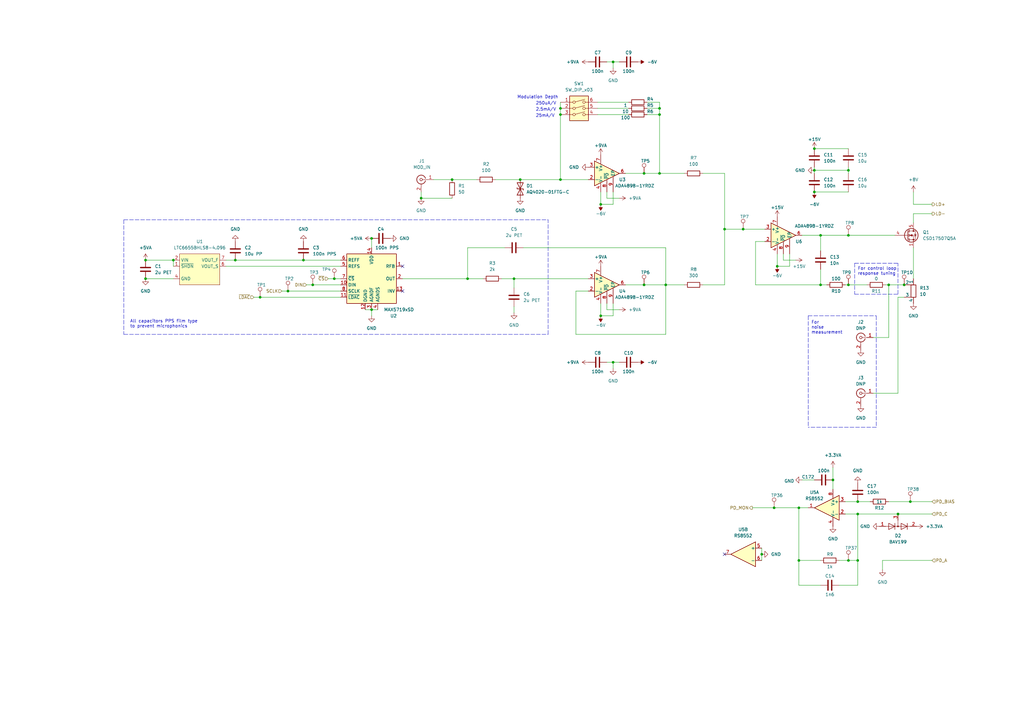
<source format=kicad_sch>
(kicad_sch (version 20211123) (generator eeschema)
  (paper "A3")
  (title_block (title "Kirdy") (date "2022-07-03") (rev "r0.1") (company "M-Labs") (comment 1 "Alex Wong Tat Hang"))
  (lib_symbols
    (symbol "Amplifier_Operational:ADA4898-1YRDZ" (pin_names (offset 0.127))
      (property "Reference" "U" (at 3.81 3.81 0))
      (property "Value" "ADA4898-1YRDZ" (at 11.43 -2.54 0))
      (symbol "ADA4898-1YRDZ_1_1"
        (polyline (pts (xy -5.08 5.08) (xy 5.08 0) (xy -5.08 -5.08) (xy -5.08 5.08)) (stroke (width 0.254)) (fill (type background)))
        (pin input line (at -7.62 -2.54 0) (length 2.54) (name "-") (number "2"))
        (pin input line (at -7.62 2.54 0) (length 2.54) (name "+") (number "3"))
        (pin power_in line (at -2.54 -7.62 90) (length 3.81) (name "V-") (number "4"))
        (pin output line (at 7.62 0 180) (length 2.54) (name "~") (number "6"))
        (pin power_in line (at -2.54 7.62 270) (length 3.81) (name "V+") (number "7"))
        (pin input line (at 0 -7.62 90) (length 5.08) (name "~{PD}") (number "8"))
        (pin passive line (at 2.54 -7.62 90) (length 6.35) (name "EP") (number "9"))
      )
    )
    (symbol "Analog_DAC:MAX5719xSD"
      (property "Reference" "U" (at -10.16 11.43 0))
      (property "Value" "MAX5719xSD" (at 1.27 11.43 0))
      (symbol "MAX5719xSD_0_1"
        (rectangle (start -10.16 10.16) (end 10.16 -10.16) (stroke (width 0.254)) (fill (type background)))
      )
      (symbol "MAX5719xSD_1_1"
        (pin passive line (at 12.7 5.08 180) (length 2.54) (name "RFB") (number "1"))
        (pin input line (at -12.7 -2.54 0) (length 2.54) (name "DIN") (number "10"))
        (pin input line (at -12.7 -7.62 0) (length 2.54) (name "~{LDAC}") (number "11"))
        (pin power_in line (at -2.54 -12.7 90) (length 2.54) (name "DGND") (number "12"))
        (pin passive line (at 12.7 -5.08 180) (length 2.54) (name "INV") (number "13"))
        (pin power_in line (at 0 12.7 270) (length 2.54) (name "VDD") (number "14"))
        (pin output line (at 12.7 0 180) (length 2.54) (name "OUT") (number "2"))
        (pin power_in line (at 0 -12.7 90) (length 2.54) (name "AGNDF") (number "3"))
        (pin power_in line (at 2.54 -12.7 90) (length 2.54) (name "AGNDS") (number "4"))
        (pin input line (at -12.7 5.08 0) (length 2.54) (name "REFS") (number "5"))
        (pin input line (at -12.7 7.62 0) (length 2.54) (name "REFF") (number "6"))
        (pin input line (at -12.7 0 0) (length 2.54) (name "~{CS}") (number "7"))
        (pin input line (at -12.7 -5.08 0) (length 2.54) (name "SCLK") (number "8"))
        (pin no_connect line (at 10.16 -7.62 180) (length 2.54) hide (name "NC") (number "9"))
      )
    )
    (symbol "Connector:Conn_Coaxial" (pin_names (offset 1.016) hide)
      (property "Reference" "J" (at 0.254 3.048 0))
      (property "Value" "Conn_Coaxial" (at 2.921 0 90))
      (symbol "Conn_Coaxial_0_1"
        (arc (start -1.778 -0.508) (mid 0.222 -1.808) (end 1.778 0) (stroke (width 0.254)))
        (polyline (pts (xy -2.54 0) (xy -0.508 0)))
        (polyline (pts (xy 0 -2.54) (xy 0 -1.778)))
        (circle (center 0 0) (radius 0.508) (stroke (width 0.2032)))
        (arc (start 1.778 0) (mid 0.222 1.8083) (end -1.778 0.508) (stroke (width 0.254)))
      )
      (symbol "Conn_Coaxial_1_1"
        (pin passive line (at -5.08 0 0) (length 2.54) (name "In") (number "1"))
        (pin passive line (at 0 -5.08 90) (length 2.54) (name "Ext") (number "2"))
      )
    )
    (symbol "Connector:TestPoint" (pin_numbers hide) (pin_names (offset 0.762) hide)
      (property "Reference" "TP" (at 0 6.858 0))
      (property "Value" "TestPoint" (at 0 5.08 0))
      (symbol "TestPoint_0_1"
        (circle (center 0 3.302) (radius 0.762))
      )
      (symbol "TestPoint_1_1"
        (pin passive line (at 0 0 90) (length 2.54) (name "1") (number "1"))
      )
    )
    (symbol "Device:C" (pin_numbers hide) (pin_names (offset 0.254))
      (property "Reference" "C" (at 0.635 2.54 0))
      (property "Value" "C" (at 0.635 -2.54 0))
      (symbol "C_0_1"
        (polyline (pts (xy -2.032 -0.762) (xy 2.032 -0.762)) (stroke (width 0.508)))
        (polyline (pts (xy -2.032 0.762) (xy 2.032 0.762)) (stroke (width 0.508)))
      )
      (symbol "C_1_1"
        (pin passive line (at 0 3.81 270) (length 2.794) (name "~") (number "1"))
        (pin passive line (at 0 -3.81 90) (length 2.794) (name "~") (number "2"))
      )
    )
    (symbol "Device:D_TVS" (pin_numbers hide) (pin_names (offset 1.016) hide)
      (property "Reference" "D" (at 0 2.54 0))
      (property "Value" "D_TVS" (at 0 -2.54 0))
      (symbol "D_TVS_0_1"
        (polyline (pts (xy 1.27 0) (xy -1.27 0)))
        (polyline (pts (xy 0.508 1.27) (xy 0 1.27) (xy 0 -1.27) (xy -0.508 -1.27)) (stroke (width 0.254)))
        (polyline (pts (xy -2.54 1.27) (xy -2.54 -1.27) (xy 2.54 1.27) (xy 2.54 -1.27) (xy -2.54 1.27)) (stroke (width 0.254)))
      )
      (symbol "D_TVS_1_1"
        (pin passive line (at -3.81 0 0) (length 2.54) (name "A1") (number "1"))
        (pin passive line (at 3.81 0 180) (length 2.54) (name "A2") (number "2"))
      )
    )
    (symbol "Device:R" (pin_numbers hide) (pin_names (offset 0))
      (property "Reference" "R" (at 2.032 0 90))
      (property "Value" "R" (at 0 0 90))
      (symbol "R_0_1"
        (rectangle (start -1.016 -2.54) (end 1.016 2.54) (stroke (width 0.254)))
      )
      (symbol "R_1_1"
        (pin passive line (at 0 3.81 270) (length 1.27) (name "~") (number "1"))
        (pin passive line (at 0 -3.81 90) (length 1.27) (name "~") (number "2"))
      )
    )
    (symbol "Device:R_Shunt" (pin_numbers hide) (pin_names (offset 0))
      (property "Reference" "R" (at -4.445 0 90))
      (property "Value" "R_Shunt" (at -2.54 0 90))
      (symbol "R_Shunt_0_1"
        (rectangle (start -1.016 -2.54) (end 1.016 2.54) (stroke (width 0.254)))
        (polyline (pts (xy 0 -2.54) (xy 1.27 -2.54)))
        (polyline (pts (xy 1.27 2.54) (xy 0 2.54)))
      )
      (symbol "R_Shunt_1_1"
        (pin passive line (at 0 5.08 270) (length 2.54) (name "1") (number "1"))
        (pin passive line (at 3.81 2.54 180) (length 2.54) (name "2") (number "2"))
        (pin passive line (at 3.81 -2.54 180) (length 2.54) (name "3") (number "3"))
        (pin passive line (at 0 -5.08 90) (length 2.54) (name "4") (number "4"))
      )
    )
    (symbol "Diode:BAV99" (pin_names hide)
      (property "Reference" "D" (at 0 5.08 0))
      (property "Value" "BAV99" (at 0 2.54 0))
      (symbol "BAV99_0_1"
        (polyline (pts (xy -5.08 0) (xy 5.08 0)))
      )
      (symbol "BAV99_1_1"
        (polyline (pts (xy 0 0) (xy 0 -2.54)))
        (polyline (pts (xy -1.27 -1.27) (xy -1.27 1.27) (xy -1.27 1.27)) (stroke (width 0.2032)))
        (polyline (pts (xy 3.81 1.27) (xy 3.81 -1.27) (xy 3.81 -1.27)) (stroke (width 0.2032)))
        (polyline (pts (xy -3.81 1.27) (xy -1.27 0) (xy -3.81 -1.27) (xy -3.81 1.27) (xy -3.81 1.27) (xy -3.81 1.27)) (stroke (width 0.2032)))
        (polyline (pts (xy 1.27 1.27) (xy 3.81 0) (xy 1.27 -1.27) (xy 1.27 1.27) (xy 1.27 1.27) (xy 1.27 1.27)) (stroke (width 0.2032)))
        (circle (center 0 0) (radius 0.254) (fill (type outline)))
        (pin passive line (at -7.62 0 0) (length 2.54) (name "K") (number "1"))
        (pin passive line (at 7.62 0 180) (length 2.54) (name "A") (number "2"))
        (pin passive line (at 0 -5.08 90) (length 2.54) (name "K") (number "3"))
      )
    )
    (symbol "Switch:SW_DIP_x03" (pin_names (offset 0) hide)
      (property "Reference" "SW" (at 0 8.89 0))
      (property "Value" "SW_DIP_x03" (at 0 -3.81 0))
      (symbol "SW_DIP_x03_0_0"
        (circle (center -2.032 0) (radius 0.508))
        (circle (center -2.032 2.54) (radius 0.508))
        (circle (center -2.032 5.08) (radius 0.508))
        (polyline (pts (xy -1.524 0.127) (xy 2.3622 1.1684)))
        (polyline (pts (xy -1.524 2.667) (xy 2.3622 3.7084)))
        (polyline (pts (xy -1.524 5.207) (xy 2.3622 6.2484)))
        (circle (center 2.032 0) (radius 0.508))
        (circle (center 2.032 2.54) (radius 0.508))
        (circle (center 2.032 5.08) (radius 0.508))
      )
      (symbol "SW_DIP_x03_0_1"
        (rectangle (start -3.81 7.62) (end 3.81 -2.54) (stroke (width 0.254)) (fill (type background)))
      )
      (symbol "SW_DIP_x03_1_1"
        (pin passive line (at -7.62 5.08 0) (length 5.08) (name "~") (number "1"))
        (pin passive line (at -7.62 2.54 0) (length 5.08) (name "~") (number "2"))
        (pin passive line (at -7.62 0 0) (length 5.08) (name "~") (number "3"))
        (pin passive line (at 7.62 0 180) (length 5.08) (name "~") (number "4"))
        (pin passive line (at 7.62 2.54 180) (length 5.08) (name "~") (number "5"))
        (pin passive line (at 7.62 5.08 180) (length 5.08) (name "~") (number "6"))
      )
    )
    (symbol "Transistor_FET:CSD17507Q5A" (pin_names hide)
      (property "Reference" "Q" (at 5.08 1.905 0))
      (property "Value" "CSD17507Q5A" (at 5.08 0 0))
      (symbol "CSD17507Q5A_0_1"
        (polyline (pts (xy 0.254 0) (xy -2.54 0)))
        (polyline (pts (xy 0.254 1.905) (xy 0.254 -1.905)) (stroke (width 0.254)))
        (polyline (pts (xy 0.762 -1.27) (xy 0.762 -2.286)) (stroke (width 0.254)))
        (polyline (pts (xy 0.762 0.508) (xy 0.762 -0.508)) (stroke (width 0.254)))
        (polyline (pts (xy 0.762 2.286) (xy 0.762 1.27)) (stroke (width 0.254)))
        (polyline (pts (xy 2.54 2.54) (xy 2.54 1.778)))
        (polyline (pts (xy 2.54 -2.54) (xy 2.54 0) (xy 0.762 0)))
        (polyline (pts (xy 0.762 -1.778) (xy 3.302 -1.778) (xy 3.302 1.778) (xy 0.762 1.778)))
        (polyline (pts (xy 1.016 0) (xy 2.032 0.381) (xy 2.032 -0.381) (xy 1.016 0)) (fill (type outline)))
        (polyline (pts (xy 2.794 0.508) (xy 2.921 0.381) (xy 3.683 0.381) (xy 3.81 0.254)))
        (polyline (pts (xy 3.302 0.381) (xy 2.921 -0.254) (xy 3.683 -0.254) (xy 3.302 0.381)))
        (circle (center 1.651 0) (radius 2.794) (stroke (width 0.254)))
        (circle (center 2.54 -1.778) (radius 0.254) (fill (type outline)))
        (circle (center 2.54 1.778) (radius 0.254) (fill (type outline)))
      )
      (symbol "CSD17507Q5A_1_1"
        (pin passive line (at 2.54 -5.08 90) (length 2.54) (name "S") (number "1"))
        (pin passive line (at 2.54 -5.08 90) (length 2.54) hide (name "S") (number "2"))
        (pin passive line (at 2.54 -5.08 90) (length 2.54) hide (name "S") (number "3"))
        (pin passive line (at -5.08 0 0) (length 2.54) (name "G") (number "4"))
        (pin passive line (at 2.54 5.08 270) (length 2.54) (name "D") (number "5"))
      )
    )
    (symbol "kirdy:LTC6655"
      (property "Reference" "U" (at 0 -10.16 0))
      (property "Value" "LTC6655" (at 0 -7.62 0))
      (symbol "LTC6655_0_0"
        (pin input line (at -10.16 2.54 0) (length 2.54) (name "~{SHDN}") (number "1"))
        (pin power_in line (at -10.16 5.08 0) (length 2.54) (name "VIN") (number "2"))
        (pin power_in line (at -10.16 -2.54 0) (length 2.54) hide (name "GND") (number "3"))
        (pin power_in line (at -10.16 -2.54 0) (length 2.54) (name "GND") (number "4"))
        (pin power_in line (at -10.16 -2.54 0) (length 2.54) hide (name "GND") (number "5"))
        (pin passive line (at 11.43 2.54 180) (length 2.54) (name "VOUT_S") (number "6"))
        (pin output line (at 11.43 5.08 180) (length 2.54) (name "VOUT_F") (number "7"))
        (pin power_in line (at -10.16 -2.54 0) (length 2.54) hide (name "GND") (number "8"))
      )
      (symbol "LTC6655_0_1"
        (rectangle (start -7.62 7.62) (end 8.89 -5.08) (fill (type background)))
      )
    )
    (symbol "kirdy:RS8552" (pin_names (offset 0.127))
      (property "Reference" "U" (at 0 5.08 0))
      (property "Value" "RS8552" (at 0 -5.08 0))
      (symbol "RS8552_1_1"
        (polyline (pts (xy -5.08 5.08) (xy 5.08 0) (xy -5.08 -5.08) (xy -5.08 5.08)) (stroke (width 0.254)) (fill (type background)))
        (pin output line (at 7.62 0 180) (length 2.54) (name "~") (number "1"))
        (pin input line (at -7.62 -2.54 0) (length 2.54) (name "-") (number "2"))
        (pin input line (at -7.62 2.54 0) (length 2.54) (name "+") (number "3"))
      )
      (symbol "RS8552_2_1"
        (polyline (pts (xy -5.08 5.08) (xy 5.08 0) (xy -5.08 -5.08) (xy -5.08 5.08)) (stroke (width 0.254)) (fill (type background)))
        (pin input line (at -7.62 2.54 0) (length 2.54) (name "+") (number "5"))
        (pin input line (at -7.62 -2.54 0) (length 2.54) (name "-") (number "6"))
        (pin output line (at 7.62 0 180) (length 2.54) (name "~") (number "7"))
      )
      (symbol "RS8552_3_1"
        (pin power_in line (at -2.54 -7.62 90) (length 3.81) (name "V-") (number "4"))
        (pin power_in line (at -2.54 7.62 270) (length 3.81) (name "V+") (number "8"))
      )
    )
    (symbol "power:+15V" (power) (pin_names (offset 0))
      (property "Value" "+15V" (at 0 3.556 0))
      (symbol "+15V_0_1"
        (polyline (pts (xy -0.762 1.27) (xy 0 2.54)))
        (polyline (pts (xy 0 0) (xy 0 2.54)))
        (polyline (pts (xy 0 2.54) (xy 0.762 1.27)))
      )
      (symbol "+15V_1_1"
        (pin power_in line (at 0 0 90) (length 0) hide (name "+15V") (number "1"))
      )
    )
    (symbol "power:+3.3VA" (power) (pin_names (offset 0))
      (property "Value" "+3.3VA" (at 0 3.556 0))
      (symbol "+3.3VA_0_1"
        (polyline (pts (xy -0.762 1.27) (xy 0 2.54)))
        (polyline (pts (xy 0 0) (xy 0 2.54)))
        (polyline (pts (xy 0 2.54) (xy 0.762 1.27)))
      )
      (symbol "+3.3VA_1_1"
        (pin power_in line (at 0 0 90) (length 0) hide (name "+3.3VA") (number "1"))
      )
    )
    (symbol "power:+5VA" (power) (pin_names (offset 0))
      (property "Value" "+5VA" (at 0 3.556 0))
      (symbol "+5VA_0_1"
        (polyline (pts (xy -0.762 1.27) (xy 0 2.54)))
        (polyline (pts (xy 0 0) (xy 0 2.54)))
        (polyline (pts (xy 0 2.54) (xy 0.762 1.27)))
      )
      (symbol "+5VA_1_1"
        (pin power_in line (at 0 0 90) (length 0) hide (name "+5VA") (number "1"))
      )
    )
    (symbol "power:+8V" (power) (pin_names (offset 0))
      (property "Value" "+8V" (at 0 3.556 0))
      (symbol "+8V_0_1"
        (polyline (pts (xy -0.762 1.27) (xy 0 2.54)))
        (polyline (pts (xy 0 0) (xy 0 2.54)))
        (polyline (pts (xy 0 2.54) (xy 0.762 1.27)))
      )
      (symbol "+8V_1_1"
        (pin power_in line (at 0 0 90) (length 0) hide (name "+8V") (number "1"))
      )
    )
    (symbol "power:+9VA" (power) (pin_names (offset 0))
      (property "Value" "+9VA" (at 0 3.81 0))
      (symbol "+9VA_0_1"
        (polyline (pts (xy -0.762 1.27) (xy 0 2.54)))
        (polyline (pts (xy 0 0) (xy 0 2.54)))
        (polyline (pts (xy 0 2.54) (xy 0.762 1.27)))
      )
      (symbol "+9VA_1_1"
        (pin power_in line (at 0 0 90) (length 0) hide (name "+9VA") (number "1"))
      )
    )
    (symbol "power:-6V" (power) (pin_names (offset 0))
      (property "Value" "-6V" (at 0 3.81 0))
      (symbol "-6V_0_0"
        (pin power_in line (at 0 0 90) (length 0) hide (name "-6V") (number "1"))
      )
      (symbol "-6V_0_1"
        (polyline (pts (xy 0 0) (xy 0 1.27) (xy 0.762 1.27) (xy 0 2.54) (xy -0.762 1.27) (xy 0 1.27)) (fill (type outline)))
      )
    )
    (symbol "power:GND" (power) (pin_names (offset 0))
      (property "Value" "GND" (at 0 -3.81 0))
      (symbol "GND_0_1"
        (polyline (pts (xy 0 0) (xy 0 -1.27) (xy 1.27 -1.27) (xy 0 -2.54) (xy -1.27 -1.27) (xy 0 -1.27)))
      )
      (symbol "GND_1_1"
        (pin power_in line (at 0 0 270) (length 0) hide (name "GND") (number "1"))
      )
    )
  )
  (junction (at 229.87 46.99))
  (junction (at 270.51 71.12))
  (junction (at 318.77 109.22))
  (junction (at 229.87 44.45))
  (junction (at 370.84 116.84))
  (junction (at 334.01 69.85))
  (junction (at 347.98 229.87))
  (junction (at 351.79 205.74))
  (junction (at 152.4 97.79))
  (junction (at 347.98 96.52))
  (junction (at 336.55 96.52))
  (junction (at 347.98 116.84))
  (junction (at 251.46 25.4))
  (junction (at 213.36 73.66))
  (junction (at 351.79 229.87))
  (junction (at 364.49 116.84))
  (junction (at 251.46 148.59))
  (junction (at 334.01 60.96))
  (junction (at 185.42 73.66))
  (junction (at 246.38 129.54))
  (junction (at 128.27 116.84))
  (junction (at 273.05 116.84))
  (junction (at 246.38 83.82))
  (junction (at 264.16 116.84))
  (junction (at 336.55 116.84))
  (junction (at 191.77 114.3))
  (junction (at 373.38 205.74))
  (junction (at 327.66 208.28))
  (junction (at 312.42 227.33))
  (junction (at 351.79 210.82))
  (junction (at 210.82 114.3))
  (junction (at 96.52 106.68))
  (junction (at 347.98 69.85))
  (junction (at 317.5 208.28))
  (junction (at 71.12 106.68))
  (junction (at 334.01 78.74))
  (junction (at 304.8 93.98))
  (junction (at 270.51 46.99))
  (junction (at 124.46 106.68))
  (junction (at 368.3 210.82))
  (junction (at 59.69 114.3))
  (junction (at 327.66 229.87))
  (junction (at 118.11 119.38))
  (junction (at 341.63 196.85))
  (junction (at 106.68 121.92))
  (junction (at 152.4 127))
  (junction (at 137.1211 114.3))
  (junction (at 264.16 71.12))
  (junction (at 270.51 44.45))
  (junction (at 172.72 81.28))
  (junction (at 59.69 106.68))
  (junction (at 229.87 73.66))
  (junction (at 297.18 93.98))
  (no_connect (at 165.1 119.38))
  (no_connect (at 297.18 227.33))
  (no_connect (at 165.1 109.22))
  (wire (pts (xy 210.82 125.73) (xy 210.82 128.27)))
  (wire (pts (xy 137.1211 114.3) (xy 139.7 114.3)))
  (polyline (pts (xy 331.47 129.54) (xy 331.47 175.26)))
  (wire (pts (xy 308.61 208.28) (xy 317.5 208.28)))
  (wire (pts (xy 71.12 106.68) (xy 71.12 109.22)))
  (wire (pts (xy 172.72 81.28) (xy 185.42 81.28)))
  (wire (pts (xy 273.05 116.84) (xy 280.67 116.84)))
  (wire (pts (xy 368.3 210.82) (xy 382.27 210.82)))
  (wire (pts (xy 364.49 116.84) (xy 370.84 116.84)))
  (wire (pts (xy 336.55 96.52) (xy 347.98 96.52)))
  (wire (pts (xy 347.98 229.87) (xy 351.79 229.87)))
  (wire (pts (xy 351.79 229.87) (xy 351.79 210.82)))
  (wire (pts (xy 334.01 69.85) (xy 334.01 71.12)))
  (wire (pts (xy 374.65 91.44) (xy 374.65 87.63)))
  (wire (pts (xy 214.63 101.6) (xy 273.05 101.6)))
  (wire (pts (xy 172.72 81.28) (xy 172.72 78.74)))
  (wire (pts (xy 336.55 96.52) (xy 336.55 102.87)))
  (wire (pts (xy 328.93 96.52) (xy 336.55 96.52)))
  (wire (pts (xy 248.92 127) (xy 254 127)))
  (wire (pts (xy 213.36 73.66) (xy 229.87 73.66)))
  (wire (pts (xy 288.29 116.84) (xy 297.18 116.84)))
  (wire (pts (xy 185.42 73.66) (xy 195.58 73.66)))
  (wire (pts (xy 347.98 116.84) (xy 355.6 116.84)))
  (wire (pts (xy 177.8 73.66) (xy 185.42 73.66)))
  (polyline (pts (xy 350.52 120.65) (xy 368.3 120.65)))
  (wire (pts (xy 115.57 119.38) (xy 118.11 119.38)))
  (wire (pts (xy 118.11 119.38) (xy 139.7 119.38)))
  (wire (pts (xy 270.51 41.91) (xy 270.51 44.45)))
  (wire (pts (xy 270.51 46.99) (xy 270.51 71.12)))
  (wire (pts (xy 203.2 73.66) (xy 213.36 73.66)))
  (wire (pts (xy 358.14 138.43) (xy 364.49 138.43)))
  (wire (pts (xy 361.95 229.87) (xy 382.27 229.87)))
  (wire (pts (xy 368.3 161.29) (xy 358.14 161.29)))
  (wire (pts (xy 321.31 106.68) (xy 326.39 106.68)))
  (polyline (pts (xy 350.52 107.95) (xy 368.3 107.95)))
  (wire (pts (xy 368.3 121.92) (xy 368.3 161.29)))
  (wire (pts (xy 327.66 229.87) (xy 327.66 208.28)))
  (wire (pts (xy 96.52 106.68) (xy 124.46 106.68)))
  (wire (pts (xy 125.73 116.84) (xy 128.27 116.84)))
  (wire (pts (xy 270.51 71.12) (xy 280.67 71.12)))
  (wire (pts (xy 251.46 25.4) (xy 251.46 27.94)))
  (wire (pts (xy 265.43 46.99) (xy 270.51 46.99)))
  (polyline (pts (xy 331.47 129.54) (xy 359.41 129.54)))
  (wire (pts (xy 134.62 114.3) (xy 137.1211 114.3)))
  (wire (pts (xy 210.82 114.3) (xy 241.3 114.3)))
  (wire (pts (xy 256.54 116.84) (xy 264.16 116.84)))
  (wire (pts (xy 205.74 114.3) (xy 210.82 114.3)))
  (wire (pts (xy 245.11 46.99) (xy 257.81 46.99)))
  (wire (pts (xy 273.05 137.16) (xy 273.05 116.84)))
  (wire (pts (xy 336.55 240.03) (xy 327.66 240.03)))
  (wire (pts (xy 374.65 87.63) (xy 382.27 87.63)))
  (wire (pts (xy 92.71 109.22) (xy 139.7 109.22)))
  (wire (pts (xy 347.98 69.85) (xy 334.01 69.85)))
  (wire (pts (xy 251.46 25.4) (xy 254 25.4)))
  (wire (pts (xy 236.22 119.38) (xy 236.22 137.16)))
  (wire (pts (xy 251.46 83.82) (xy 251.46 78.74)))
  (wire (pts (xy 246.38 78.74) (xy 246.38 83.82)))
  (wire (pts (xy 251.46 129.54) (xy 251.46 124.46)))
  (wire (pts (xy 191.77 101.6) (xy 191.77 114.3)))
  (wire (pts (xy 106.68 121.92) (xy 139.7 121.92)))
  (wire (pts (xy 373.38 205.74) (xy 382.27 205.74)))
  (wire (pts (xy 207.01 101.6) (xy 191.77 101.6)))
  (polyline (pts (xy 50.8 90.17) (xy 224.79 90.17)))
  (wire (pts (xy 264.16 71.12) (xy 270.51 71.12)))
  (wire (pts (xy 265.43 41.91) (xy 270.51 41.91)))
  (wire (pts (xy 361.95 233.68) (xy 361.95 229.87)))
  (wire (pts (xy 251.46 148.59) (xy 254 148.59)))
  (wire (pts (xy 297.18 93.98) (xy 304.8 93.98)))
  (wire (pts (xy 248.92 78.74) (xy 248.92 81.28)))
  (wire (pts (xy 246.38 83.82) (xy 251.46 83.82)))
  (wire (pts (xy 248.92 148.59) (xy 251.46 148.59)))
  (wire (pts (xy 297.18 71.12) (xy 297.18 93.98)))
  (wire (pts (xy 318.77 109.22) (xy 323.85 109.22)))
  (wire (pts (xy 248.92 25.4) (xy 251.46 25.4)))
  (polyline (pts (xy 368.3 120.65) (xy 368.3 107.95)))
  (wire (pts (xy 368.3 121.92) (xy 370.84 121.92)))
  (wire (pts (xy 317.5 208.28) (xy 327.66 208.28)))
  (wire (pts (xy 344.17 229.87) (xy 347.98 229.87)))
  (wire (pts (xy 92.71 106.68) (xy 96.52 106.68)))
  (wire (pts (xy 364.49 138.43) (xy 364.49 116.84)))
  (wire (pts (xy 236.22 137.16) (xy 273.05 137.16)))
  (wire (pts (xy 346.71 116.84) (xy 347.98 116.84)))
  (wire (pts (xy 248.92 124.46) (xy 248.92 127)))
  (wire (pts (xy 165.1 114.3) (xy 191.77 114.3)))
  (wire (pts (xy 124.46 106.68) (xy 139.7 106.68)))
  (wire (pts (xy 364.49 205.74) (xy 373.38 205.74)))
  (wire (pts (xy 363.22 116.84) (xy 364.49 116.84)))
  (wire (pts (xy 256.54 71.12) (xy 264.16 71.12)))
  (wire (pts (xy 288.29 71.12) (xy 297.18 71.12)))
  (wire (pts (xy 265.43 44.45) (xy 270.51 44.45)))
  (wire (pts (xy 59.69 106.68) (xy 71.12 106.68)))
  (wire (pts (xy 341.63 191.77) (xy 341.63 196.85)))
  (wire (pts (xy 59.69 114.3) (xy 71.12 114.3)))
  (wire (pts (xy 346.71 205.74) (xy 351.79 205.74)))
  (wire (pts (xy 229.87 41.91) (xy 229.87 44.45)))
  (wire (pts (xy 246.38 129.54) (xy 251.46 129.54)))
  (wire (pts (xy 318.77 104.14) (xy 318.77 109.22)))
  (wire (pts (xy 347.98 96.52) (xy 367.03 96.52)))
  (wire (pts (xy 264.16 116.84) (xy 273.05 116.84)))
  (polyline (pts (xy 359.41 175.26) (xy 331.47 175.26)))
  (polyline (pts (xy 50.8 90.17) (xy 50.8 137.16)))
  (wire (pts (xy 309.88 116.84) (xy 309.88 99.06)))
  (wire (pts (xy 327.66 240.03) (xy 327.66 229.87)))
  (wire (pts (xy 152.4 97.79) (xy 152.4 101.6)))
  (wire (pts (xy 321.31 104.14) (xy 321.31 106.68)))
  (wire (pts (xy 327.66 229.87) (xy 336.55 229.87)))
  (polyline (pts (xy 350.52 107.95) (xy 350.52 120.65)))
  (wire (pts (xy 351.79 205.74) (xy 356.87 205.74)))
  (wire (pts (xy 312.42 224.79) (xy 312.42 227.33)))
  (wire (pts (xy 374.65 83.82) (xy 382.27 83.82)))
  (wire (pts (xy 336.55 116.84) (xy 309.88 116.84)))
  (wire (pts (xy 297.18 116.84) (xy 297.18 93.98)))
  (polyline (pts (xy 359.41 129.54) (xy 359.41 175.26)))
  (wire (pts (xy 229.87 44.45) (xy 229.87 46.99)))
  (wire (pts (xy 149.86 127) (xy 152.4 127)))
  (wire (pts (xy 312.42 227.33) (xy 312.42 229.87)))
  (wire (pts (xy 104.14 121.92) (xy 106.68 121.92)))
  (wire (pts (xy 304.8 93.98) (xy 313.69 93.98)))
  (wire (pts (xy 191.77 114.3) (xy 198.12 114.3)))
  (wire (pts (xy 248.92 81.28) (xy 254 81.28)))
  (polyline (pts (xy 50.8 137.16) (xy 224.79 137.16)))
  (wire (pts (xy 328.93 196.85) (xy 334.01 196.85)))
  (wire (pts (xy 344.17 240.03) (xy 351.79 240.03)))
  (wire (pts (xy 246.38 124.46) (xy 246.38 129.54)))
  (wire (pts (xy 341.63 196.85) (xy 341.63 200.66)))
  (wire (pts (xy 346.71 210.82) (xy 351.79 210.82)))
  (wire (pts (xy 351.79 240.03) (xy 351.79 229.87)))
  (wire (pts (xy 229.87 46.99) (xy 229.87 73.66)))
  (wire (pts (xy 245.11 44.45) (xy 257.81 44.45)))
  (wire (pts (xy 327.66 208.28) (xy 331.47 208.28)))
  (wire (pts (xy 347.98 68.58) (xy 347.98 69.85)))
  (wire (pts (xy 374.65 78.74) (xy 374.65 83.82)))
  (wire (pts (xy 128.27 116.84) (xy 139.7 116.84)))
  (wire (pts (xy 152.4 127) (xy 152.4 129.54)))
  (wire (pts (xy 273.05 101.6) (xy 273.05 116.84)))
  (wire (pts (xy 347.98 69.85) (xy 347.98 71.12)))
  (wire (pts (xy 210.82 114.3) (xy 210.82 118.11)))
  (wire (pts (xy 241.3 119.38) (xy 236.22 119.38)))
  (wire (pts (xy 334.01 68.58) (xy 334.01 69.85)))
  (wire (pts (xy 334.01 60.96) (xy 347.98 60.96)))
  (wire (pts (xy 351.79 210.82) (xy 368.3 210.82)))
  (wire (pts (xy 336.55 116.84) (xy 339.09 116.84)))
  (wire (pts (xy 334.01 78.74) (xy 347.98 78.74)))
  (wire (pts (xy 374.65 101.6) (xy 374.65 114.3)))
  (wire (pts (xy 323.85 109.22) (xy 323.85 104.14)))
  (wire (pts (xy 229.87 73.66) (xy 241.3 73.66)))
  (wire (pts (xy 336.55 110.49) (xy 336.55 116.84)))
  (wire (pts (xy 251.46 148.59) (xy 251.46 151.13)))
  (polyline (pts (xy 224.79 137.16) (xy 224.79 90.17)))
  (wire (pts (xy 245.11 41.91) (xy 257.81 41.91)))
  (wire (pts (xy 270.51 44.45) (xy 270.51 46.99)))
  (wire (pts (xy 152.4 127) (xy 154.94 127)))
  (wire (pts (xy 309.88 99.06) (xy 313.69 99.06)))
  (text "250uA/V" (at 219.71 43.18 0) (effects (font (size 1.27 1.27)) (justify left bottom)))
  (text "All capacitors PPS film type\nto prevent microphonics " (at 53.34 134.62 0) (effects (font (size 1.27 1.27)) (justify left bottom)))
  (text "For\nnoise\nmeasurement" (at 332.74 137.16 0) (effects (font (size 1.27 1.27)) (justify left bottom)))
  (text "2.5mA/V" (at 219.71 45.72 0) (effects (font (size 1.27 1.27)) (justify left bottom)))
  (text "For control loop\nresponse tuning" (at 351.79 113.03 0) (effects (font (size 1.27 1.27)) (justify left bottom)))
  (text "25mA/V" (at 219.71 48.26 0) (effects (font (size 1.27 1.27)) (justify left bottom)))
  (text "Modulation Depth" (at 212.09 40.64 0) (effects (font (size 1.27 1.27)) (justify left bottom)))
  (hierarchical_label "~{LDAC}" (shape input) (at 104.14 121.92 180))
  (hierarchical_label "PD_BIAS" (shape input) (at 382.27 205.74 0))
  (hierarchical_label "LD+" (shape output) (at 382.27 83.82 0))
  (hierarchical_label "SCLK" (shape input) (at 115.57 119.38 180))
  (hierarchical_label "PD_MON" (shape output) (at 308.61 208.28 180))
  (hierarchical_label "PD_C" (shape input) (at 382.27 210.82 0))
  (hierarchical_label "PD_A" (shape input) (at 382.27 229.87 0))
  (hierarchical_label "DIN" (shape input) (at 125.73 116.84 180))
  (hierarchical_label "LD-" (shape output) (at 382.27 87.63 0))
  (hierarchical_label "~{CS}" (shape input) (at 134.62 114.3 180))
  (symbol (lib_id "Connector:TestPoint") (at 370.84 116.84 0) (unit 1)
    (property "Reference" "TP10" (at 369.57 111.76 0) (effects (justify left)))
    (property "Value" "TestPoint" (effects hide))
    (property "Footprint" "TestPoint:TestPoint_Pad_2.0x2.0mm" (effects hide))
  )
  (symbol (lib_id "Device:R") (at 261.62 46.99 90) (unit 1)
    (property "Reference" "R6" (at 266.7 45.72 90))
    (property "Value" "100" (at 256.54 48.26 90))
    (property "Footprint" "Resistor_SMD:R_0603_1608Metric" (effects hide))
    (property "MFR_PN" "WR06X1000FTL" (effects hide))
    (property "MFR_PN_ALT" "RMCF0603FT100R" (effects hide))
  )
  (symbol (lib_id "Device:C") (at 351.79 201.93 0) (unit 1)
    (property "Reference" "C17" (at 355.6 199.39 0) (effects (justify left)))
    (property "Value" "100n" (at 355.6 201.93 0) (effects (justify left)))
    (property "Footprint" "Capacitor_SMD:C_0603_1608Metric" (effects hide))
    (property "MFR_PN" "CL10B104KB8NNWC" (effects hide))
    (property "MFR_PN_ALT" "CL10B104KB8NNNL" (effects hide))
  )
  (symbol (lib_id "Diode:BAV99") (at 368.3 215.9 0) (mirror x) (unit 1)
    (property "Reference" "D2" (at 368.3 219.71 0))
    (property "Value" "BAV199" (at 368.3 222.25 0))
    (property "Footprint" "Package_TO_SOT_SMD:SOT-23" (effects hide))
    (property "Datasheet" "https://assets.nexperia.com/documents/data-sheet/BAV99_SER.pdf" (effects hide))
    (property "MFR_PN" "BAV199W-7" (effects hide))
    (property "MFR_PN_ALT" "BAV199E6327HTSA1" (effects hide))
  )
  (symbol (lib_id "Connector:TestPoint") (at 137.1211 114.3 0) (unit 1)
    (property "Reference" "TP4" (at 132.08 110.49 0) (effects (justify left)))
    (property "Value" "TestPoint" (effects hide))
    (property "Footprint" "TestPoint:TestPoint_Pad_2.0x2.0mm" (effects hide))
  )
  (symbol (lib_id "power:GND") (at 328.93 196.85 270) (unit 1)
    (property "Reference" "#PWR0162" (effects hide))
    (property "Value" "GND" (at 325.7551 197.2838 90) (effects (justify right)))
  )
  (symbol (lib_id "power:GND") (at 360.68 215.9 270) (unit 1)
    (property "Reference" "#PWR036" (effects hide))
    (property "Value" "GND" (at 356.87 215.8999 90) (effects (justify right)))
  )
  (symbol (lib_id "Connector:Conn_Coaxial") (at 353.06 161.29 0) (mirror y) (unit 1)
    (property "Reference" "J3" (at 353.06 154.94 0))
    (property "Value" "DNP" (at 353.06 157.48 0))
    (property "Footprint" "Connector_Coaxial:U.FL_Hirose_U.FL-R-SMT-1_Vertical" (effects hide))
    (property "Datasheet" " ~" (effects hide))
    (property "MFR_PN" "U.FL-R-SMT-1(01)" (effects hide))
    (property "MFR_PN_ALT" "U.FL-R-SMT(10)" (effects hide))
  )
  (symbol (lib_id "power:-6V") (at 261.62 25.4 270) (unit 1)
    (property "Reference" "#PWR022" (effects hide))
    (property "Value" "-6V" (at 265.43 25.3999 90) (effects (justify left)))
  )
  (symbol (lib_id "Device:C") (at 210.82 101.6 90) (unit 1)
    (property "Reference" "C5" (at 210.82 93.98 90))
    (property "Value" "2u PET" (at 210.82 96.52 90))
    (property "Footprint" "Capacitor_SMD:C_1812_4532Metric" (effects hide))
    (property "MFR_PN" "35MU225MC14532" (effects hide))
  )
  (symbol (lib_id "power:+15V") (at 334.01 60.96 0) (unit 1)
    (property "Reference" "#PWR028" (effects hide))
    (property "Value" "+15V" (at 334.01 57.15 0))
  )
  (symbol (lib_id "Device:R") (at 359.41 116.84 90) (unit 1)
    (property "Reference" "R11" (at 359.41 119.38 90))
    (property "Value" "0" (at 359.41 114.3 90))
    (property "Footprint" "Resistor_SMD:R_0603_1608Metric" (effects hide))
    (property "MFR_PN" "RMCF0603ZT0R00" (effects hide))
    (property "MFR_PN_ALT" "CR0603-J/-000ELF" (effects hide))
  )
  (symbol (lib_id "power:-6V") (at 261.62 148.59 270) (unit 1)
    (property "Reference" "#PWR023" (effects hide))
    (property "Value" "-6V" (at 265.43 148.5899 90) (effects (justify left)))
  )
  (symbol (lib_id "Device:C") (at 257.81 25.4 90) (unit 1)
    (property "Reference" "C9" (at 257.81 21.59 90))
    (property "Value" "100n" (at 257.81 29.21 90))
    (property "Footprint" "Capacitor_SMD:C_0603_1608Metric" (effects hide))
    (property "MFR_PN" "CL10B104KB8NNWC" (effects hide))
    (property "MFR_PN_ALT" "CL10B104KB8NNNL" (effects hide))
  )
  (symbol (lib_id "Connector:TestPoint") (at 304.8 93.98 0) (unit 1)
    (property "Reference" "TP7" (at 303.53 88.9 0) (effects (justify left)))
    (property "Value" "TestPoint" (effects hide))
    (property "Footprint" "TestPoint:TestPoint_Pad_2.0x2.0mm" (effects hide))
  )
  (symbol (lib_id "power:GND") (at 351.79 198.12 180) (unit 1)
    (property "Reference" "#PWR033" (effects hide))
    (property "Value" "GND" (at 351.79 193.04 0))
  )
  (symbol (lib_id "Connector:TestPoint") (at 106.68 121.92 0) (unit 1)
    (property "Reference" "TP1" (at 105.41 116.84 0) (effects (justify left)))
    (property "Value" "TestPoint" (effects hide))
    (property "Footprint" "TestPoint:TestPoint_Pad_2.0x2.0mm" (effects hide))
  )
  (symbol (lib_id "power:+5VA") (at 59.69 106.68 0) (unit 1)
    (property "Reference" "#PWR01" (effects hide))
    (property "Value" "+5VA" (at 59.69 101.6 0))
  )
  (symbol (lib_id "Device:C") (at 347.98 74.93 0) (unit 1)
    (property "Reference" "C16" (at 351.79 73.6599 0) (effects (justify left)))
    (property "Value" "10u" (at 351.79 76.1999 0) (effects (justify left)))
    (property "Footprint" "Capacitor_SMD:C_0805_2012Metric" (effects hide))
    (property "MFR_PN" "CL21B106KOQNNNG" (effects hide))
    (property "MFR_PN_ALT" "CL21B106KOQNNNE" (effects hide))
  )
  (symbol (lib_id "Device:C") (at 96.52 102.87 0) (unit 1)
    (property "Reference" "C2" (at 100.33 101.5999 0) (effects (justify left)))
    (property "Value" "10u PP" (at 100.33 104.1399 0) (effects (justify left)))
    (property "Footprint" "Capacitor_SMD:C_1812_4532Metric" (effects hide))
    (property "MFR_PN" "16MU106MC44532" (effects hide))
  )
  (symbol (lib_id "Connector:TestPoint") (at 347.98 116.84 0) (unit 1)
    (property "Reference" "TP9" (at 345.44 111.76 0) (effects (justify left)))
    (property "Value" "TestPoint" (effects hide))
    (property "Footprint" "TestPoint:TestPoint_Pad_2.0x2.0mm" (effects hide))
  )
  (symbol (lib_id "Device:R") (at 342.9 116.84 90) (unit 1)
    (property "Reference" "R10" (at 342.9 119.38 90))
    (property "Value" "100" (at 342.9 114.3 90))
    (property "Footprint" "Resistor_SMD:R_0603_1608Metric" (effects hide))
    (property "MFR_PN" "WR06X1000FTL" (effects hide))
    (property "MFR_PN_ALT" "RMCF0603FT100R" (effects hide))
  )
  (symbol (lib_id "power:GND") (at 152.4 129.54 0) (unit 1)
    (property "Reference" "#PWR06" (effects hide))
    (property "Value" "GND" (at 152.4 134.62 0))
  )
  (symbol (lib_id "Amplifier_Operational:ADA4898-1YRDZ") (at 321.31 96.52 0) (unit 1)
    (property "Reference" "U6" (at 327.66 99.06 0))
    (property "Value" "ADA4898-1YRDZ" (at 334.01 92.71 0))
    (property "Footprint" "Package_SO:SOIC-8-1EP_3.9x4.9mm_P1.27mm_EP2.29x3mm" (effects hide))
    (property "Datasheet" "https://www.analog.com/media/en/technical-documentation/data-sheets/ada4898-1_4898-2.pdf" (effects hide))
    (property "MFR_PN" "ADA4898-1YRDZ" (effects hide))
  )
  (symbol (lib_id "Device:C") (at 336.55 106.68 0) (unit 1)
    (property "Reference" "C13" (at 340.36 105.4099 0) (effects (justify left)))
    (property "Value" "10n" (at 340.36 107.9499 0) (effects (justify left)))
    (property "Footprint" "Capacitor_SMD:C_0603_1608Metric" (effects hide))
    (property "MFR_PN" "0603B103K500CT" (effects hide))
    (property "MFR_PN_ALT" "CL10B103KB8NNNC" (effects hide))
  )
  (symbol (lib_id "Connector:TestPoint") (at 373.38 205.74 0) (unit 1)
    (property "Reference" "TP38" (at 372.11 200.66 0) (effects (justify left)))
    (property "Value" "TestPoint" (effects hide))
    (property "Footprint" "TestPoint:TestPoint_Pad_2.0x2.0mm" (effects hide))
  )
  (symbol (lib_id "Device:R") (at 284.48 116.84 90) (unit 1)
    (property "Reference" "R8" (at 284.48 110.49 90))
    (property "Value" "300" (at 284.48 113.03 90))
    (property "Footprint" "Resistor_SMD:R_0603_1608Metric" (effects hide))
    (property "MFR_PN" "RT0603FRE07300RL" (effects hide))
    (property "MFR_PN_ALT" "RC0603FR-10300RL" (effects hide))
  )
  (symbol (lib_id "power:GND") (at 160.02 97.79 90) (unit 1)
    (property "Reference" "#PWR07" (effects hide))
    (property "Value" "GND" (at 163.83 97.7899 90) (effects (justify right)))
  )
  (symbol (lib_id "power:GND") (at 59.69 114.3 0) (unit 1)
    (property "Reference" "#PWR02" (effects hide))
    (property "Value" "GND" (at 59.69 119.38 0))
  )
  (symbol (lib_id "kirdy:RS8552") (at 304.8 227.33 0) (mirror y) (unit 2)
    (property "Reference" "U5" (at 304.8 217.17 0))
    (property "Value" "RS8552" (at 304.8 219.71 0))
    (property "Footprint" "Package_SO:SOIC-8_3.9x4.9mm_P1.27mm" (effects hide))
    (property "Datasheet" "https://datasheet.lcsc.com/lcsc/2010160333_Jiangsu-RUNIC-Tech-RS8554XP_C236997.pdf" (effects hide))
    (property "MFR_PN" "RS8552XK" (effects hide))
  )
  (symbol (lib_id "kirdy:RS8552") (at 339.09 208.28 0) (mirror y) (unit 1)
    (property "Reference" "U5" (at 334.01 201.93 0))
    (property "Value" "RS8552" (at 334.01 204.47 0))
    (property "Footprint" "Package_SO:SOIC-8_3.9x4.9mm_P1.27mm" (effects hide))
    (property "Datasheet" "https://datasheet.lcsc.com/lcsc/2010160333_Jiangsu-RUNIC-Tech-RS8554XP_C236997.pdf" (effects hide))
    (property "MFR_PN" "RS8552XK" (effects hide))
  )
  (symbol (lib_id "Connector:TestPoint") (at 347.98 229.87 0) (unit 1)
    (property "Reference" "TP37" (at 346.71 224.79 0) (effects (justify left)))
    (property "Value" "TestPoint" (effects hide))
    (property "Footprint" "TestPoint:TestPoint_Pad_2.0x2.0mm" (effects hide))
  )
  (symbol (lib_id "power:GND") (at 96.52 99.06 180) (unit 1)
    (property "Reference" "#PWR03" (effects hide))
    (property "Value" "GND" (at 96.52 93.98 0))
  )
  (symbol (lib_id "Device:C") (at 340.36 240.03 90) (unit 1)
    (property "Reference" "C14" (at 340.36 236.22 90))
    (property "Value" "1n6" (at 340.36 243.84 90))
    (property "Footprint" "Capacitor_SMD:C_0603_1608Metric" (effects hide))
    (property "MFR_PN" "GCM1885C1H162FA16D" (effects hide))
    (property "MFR_PN_ALT" "C0603C162J5GAC7867" (effects hide))
  )
  (symbol (lib_id "Device:R") (at 360.68 205.74 90) (unit 1)
    (property "Reference" "R12" (at 360.68 208.28 90))
    (property "Value" "1k" (at 360.68 205.74 90))
    (property "Footprint" "Resistor_SMD:R_0603_1608Metric" (effects hide))
    (property "MFR_PN" "RNCP0603FTD1K00" (effects hide))
    (property "MFR_PN_ALT" "WR06X1001FTL" (effects hide))
  )
  (symbol (lib_id "Switch:SW_DIP_x03") (at 237.49 46.99 0) (unit 1)
    (property "Reference" "SW1" (at 237.49 34.29 0))
    (property "Value" "SW_DIP_x03" (at 237.49 36.83 0))
    (property "Footprint" "Button_Switch_SMD:SW_DIP_SPSTx03_Slide_Omron_A6S-310x_W8.9mm_P2.54mm" (effects hide))
    (property "MFR_PN" "A6SN-3104" (effects hide))
    (property "MFR_PN_ALT" "A6S-3102" (effects hide))
  )
  (symbol (lib_id "Amplifier_Operational:ADA4898-1YRDZ") (at 248.92 116.84 0) (unit 1)
    (property "Reference" "U4" (at 255.27 119.38 0))
    (property "Value" "ADA4898-1YRDZ" (at 260.35 121.92 0))
    (property "Footprint" "Package_SO:SOIC-8-1EP_3.9x4.9mm_P1.27mm_EP2.29x3mm" (effects hide))
    (property "Datasheet" "https://www.analog.com/media/en/technical-documentation/data-sheets/ada4898-1_4898-2.pdf" (effects hide))
    (property "MFR_PN" "ADA4898-1YRDZ" (effects hide))
  )
  (symbol (lib_id "power:GND") (at 341.63 215.9 0) (unit 1)
    (property "Reference" "#PWR032" (effects hide))
    (property "Value" "GND" (at 341.63 220.98 0))
  )
  (symbol (lib_id "power:GND") (at 334.01 69.85 270) (unit 1)
    (property "Reference" "#PWR029" (effects hide))
    (property "Value" "GND" (at 330.2 69.8499 90) (effects (justify right)))
  )
  (symbol (lib_id "power:GND") (at 353.06 166.37 0) (unit 1)
    (property "Reference" "#PWR035" (effects hide))
    (property "Value" "GND" (at 353.06 171.45 0))
  )
  (symbol (lib_id "Device:C") (at 334.01 74.93 0) (unit 1)
    (property "Reference" "C12" (at 337.82 73.6599 0) (effects (justify left)))
    (property "Value" "100n" (at 337.82 76.1999 0) (effects (justify left)))
    (property "Footprint" "Capacitor_SMD:C_0603_1608Metric" (effects hide))
    (property "MFR_PN" "CL10B104KB8NNWC" (effects hide))
    (property "MFR_PN_ALT" "CL10B104KB8NNNL" (effects hide))
  )
  (symbol (lib_id "power:GND") (at 210.82 128.27 0) (unit 1)
    (property "Reference" "#PWR09" (effects hide))
    (property "Value" "GND" (at 210.82 133.35 0))
  )
  (symbol (lib_id "Device:R") (at 201.93 114.3 90) (unit 1)
    (property "Reference" "R3" (at 201.93 107.95 90))
    (property "Value" "2k" (at 201.93 110.49 90))
    (property "Footprint" "Resistor_SMD:R_0603_1608Metric" (effects hide))
    (property "MFR_PN" "RC0603FR-072KL" (effects hide))
    (property "MFR_PN_ALT" "ERJ-3EKF2001V" (effects hide))
  )
  (symbol (lib_id "Device:C") (at 257.81 148.59 90) (unit 1)
    (property "Reference" "C10" (at 257.81 144.78 90))
    (property "Value" "100n" (at 257.81 152.4 90))
    (property "Footprint" "Capacitor_SMD:C_0603_1608Metric" (effects hide))
    (property "MFR_PN" "CL10B104KB8NNWC" (effects hide))
    (property "MFR_PN_ALT" "CL10B104KB8NNNL" (effects hide))
  )
  (symbol (lib_id "power:+9VA") (at 254 81.28 270) (unit 1)
    (property "Reference" "#PWR020" (effects hide))
    (property "Value" "+9VA" (at 257.81 81.2799 90) (effects (justify left)))
  )
  (symbol (lib_id "Device:R_Shunt") (at 374.65 119.38 0) (mirror y) (unit 1)
    (property "Reference" "R13" (at 377.19 118.1099 0) (effects (justify right)))
    (property "Value" "10" (at 377.19 120.6499 0) (effects (justify right)))
    (property "Footprint" "Resistor_SMD:R_Shunt_Ohmite_LVK20" (effects hide))
    (property "MFR_PN" "Y160610R0000D9W" (effects hide))
    (property "MFR_PN_ALT" "RC0603FR-10300RL" (effects hide))
  )
  (symbol (lib_id "Connector:TestPoint") (at 264.16 71.12 0) (unit 1)
    (property "Reference" "TP5" (at 262.89 66.04 0) (effects (justify left)))
    (property "Value" "TestPoint" (effects hide))
    (property "Footprint" "TestPoint:TestPoint_Pad_2.0x2.0mm" (effects hide))
  )
  (symbol (lib_id "kirdy:RS8552") (at 339.09 208.28 0) (mirror y) (unit 3)
    (property "Reference" "U5" (effects hide))
    (property "Value" "RS8552" (effects hide))
    (property "Footprint" "Package_SO:SOIC-8_3.9x4.9mm_P1.27mm" (effects hide))
    (property "Datasheet" "https://datasheet.lcsc.com/lcsc/2010160333_Jiangsu-RUNIC-Tech-RS8554XP_C236997.pdf" (effects hide))
    (property "MFR_PN" "RS8552XK" (effects hide))
  )
  (symbol (lib_id "power:-6V") (at 246.38 129.54 180) (unit 1)
    (property "Reference" "#PWR017" (effects hide))
    (property "Value" "-6V" (at 246.38 133.35 0))
  )
  (symbol (lib_id "power:GND") (at 241.3 68.58 270) (unit 1)
    (property "Reference" "#PWR012" (effects hide))
    (property "Value" "GND" (at 237.49 68.5799 90) (effects (justify right)))
  )
  (symbol (lib_id "power:+15V") (at 326.39 106.68 270) (unit 1)
    (property "Reference" "#PWR027" (effects hide))
    (property "Value" "+15V" (at 325.12 109.22 90) (effects (justify left)))
  )
  (symbol (lib_id "power:GND") (at 312.42 227.33 90) (unit 1)
    (property "Reference" "#PWR024" (effects hide))
    (property "Value" "GND" (at 316.23 227.3299 90) (effects (justify right)))
  )
  (symbol (lib_id "Device:C") (at 347.98 64.77 0) (unit 1)
    (property "Reference" "C15" (at 351.79 63.4999 0) (effects (justify left)))
    (property "Value" "10u" (at 351.79 66.0399 0) (effects (justify left)))
    (property "Footprint" "Capacitor_SMD:C_0805_2012Metric" (effects hide))
    (property "MFR_PN" "CL21B106KOQNNNG" (effects hide))
    (property "MFR_PN_ALT" "CL21B106KOQNNNE" (effects hide))
  )
  (symbol (lib_id "Connector:TestPoint") (at 347.98 96.52 0) (unit 1)
    (property "Reference" "TP8" (at 346.71 91.44 0) (effects (justify left)))
    (property "Value" "TestPoint" (effects hide))
    (property "Footprint" "TestPoint:TestPoint_Pad_2.0x2.0mm" (effects hide))
  )
  (symbol (lib_id "power:+9VA") (at 241.3 25.4 90) (unit 1)
    (property "Reference" "#PWR011" (effects hide))
    (property "Value" "+9VA" (at 237.49 25.3999 90) (effects (justify left)))
  )
  (symbol (lib_id "power:+3.3VA") (at 341.63 191.77 0) (unit 1)
    (property "Reference" "#PWR031" (effects hide))
    (property "Value" "+3.3VA" (at 341.63 186.69 0))
  )
  (symbol (lib_id "Connector:TestPoint") (at 264.16 116.84 0) (unit 1)
    (property "Reference" "TP6" (at 262.89 111.76 0) (effects (justify left)))
    (property "Value" "TestPoint" (effects hide))
    (property "Footprint" "TestPoint:TestPoint_Pad_2.0x2.0mm" (effects hide))
  )
  (symbol (lib_id "power:GND") (at 361.95 233.68 0) (unit 1)
    (property "Reference" "#PWR037" (effects hide))
    (property "Value" "GND" (at 361.95 238.76 0))
  )
  (symbol (lib_id "Device:C") (at 337.82 196.85 90) (unit 1)
    (property "Reference" "C172" (at 334.01 195.58 90) (effects (justify left)))
    (property "Value" "100n" (at 340.36 193.04 90) (effects (justify left)))
    (property "Footprint" "Capacitor_SMD:C_0603_1608Metric" (effects hide))
    (property "MFR_PN" "CL10B104KB8NNWC" (effects hide))
    (property "MFR_PN_ALT" "CL10B104KB8NNNL" (effects hide))
  )
  (symbol (lib_id "Device:R") (at 284.48 71.12 90) (unit 1)
    (property "Reference" "R7" (at 284.48 64.77 90))
    (property "Value" "100" (at 284.48 67.31 90))
    (property "Footprint" "Resistor_SMD:R_0603_1608Metric" (effects hide))
    (property "MFR_PN" "WR06X1000FTL" (effects hide))
    (property "MFR_PN_ALT" "RMCF0603FT100R" (effects hide))
  )
  (symbol (lib_id "power:+9VA") (at 241.3 148.59 90) (unit 1)
    (property "Reference" "#PWR013" (effects hide))
    (property "Value" "+9VA" (at 237.49 148.5899 90) (effects (justify left)))
  )
  (symbol (lib_id "Device:R") (at 185.42 77.47 0) (unit 1)
    (property "Reference" "R1" (at 187.96 76.1999 0) (effects (justify left)))
    (property "Value" "50" (at 187.96 78.7399 0) (effects (justify left)))
    (property "Footprint" "Resistor_SMD:R_0805_2012Metric" (effects hide))
    (property "MFR_PN" "ESR10EZPF49R9" (effects hide))
    (property "MFR_PN_ALT" "MCU0805PD4999DP500" (effects hide))
  )
  (symbol (lib_id "power:GND") (at 213.36 81.28 0) (unit 1)
    (property "Reference" "#PWR010" (effects hide))
    (property "Value" "GND" (at 213.36 86.36 0))
  )
  (symbol (lib_id "Connector:TestPoint") (at 128.27 116.84 0) (unit 1)
    (property "Reference" "TP3" (at 127 111.76 0) (effects (justify left)))
    (property "Value" "TestPoint" (effects hide))
    (property "Footprint" "TestPoint:TestPoint_Pad_2.0x2.0mm" (effects hide))
  )
  (symbol (lib_id "Device:R") (at 199.39 73.66 90) (unit 1)
    (property "Reference" "R2" (at 199.39 67.31 90))
    (property "Value" "100" (at 199.39 69.85 90))
    (property "Footprint" "Resistor_SMD:R_0603_1608Metric" (effects hide))
    (property "MFR_PN" "WR06X1000FTL" (effects hide))
    (property "MFR_PN_ALT" "RMCF0603FT100R" (effects hide))
  )
  (symbol (lib_id "power:+9VA") (at 254 127 270) (unit 1)
    (property "Reference" "#PWR021" (effects hide))
    (property "Value" "+9VA" (at 257.81 126.9999 90) (effects (justify left)))
  )
  (symbol (lib_id "power:GND") (at 374.65 124.46 0) (unit 1)
    (property "Reference" "#PWR039" (effects hide))
    (property "Value" "GND" (at 374.65 129.54 0))
  )
  (symbol (lib_id "power:+3.3VA") (at 375.92 215.9 270) (unit 1)
    (property "Reference" "#PWR040" (effects hide))
    (property "Value" "+3.3VA" (at 379.73 215.8999 90) (effects (justify left)))
  )
  (symbol (lib_id "Device:R") (at 261.62 41.91 90) (unit 1)
    (property "Reference" "R4" (at 266.7 40.64 90))
    (property "Value" "1" (at 256.54 43.18 90))
    (property "Footprint" "Resistor_SMD:R_0603_1608Metric" (effects hide))
    (property "MFR_PN" "ERJ-3RQF1R0V" (effects hide))
    (property "MFR_PN_ALT" "CRCW06031R00FKEAC" (effects hide))
  )
  (symbol (lib_id "Device:C") (at 59.69 110.49 0) (unit 1)
    (property "Reference" "C1" (at 63.5 109.2199 0) (effects (justify left)))
    (property "Value" "2u PET" (at 63.5 111.7599 0) (effects (justify left)))
    (property "Footprint" "Capacitor_SMD:C_1812_4532Metric" (effects hide))
    (property "MFR_PN" "35MU225MC14532" (effects hide))
  )
  (symbol (lib_id "power:+8V") (at 374.65 78.74 0) (unit 1)
    (property "Reference" "#PWR038" (effects hide))
    (property "Value" "+8V" (at 374.65 73.66 0))
  )
  (symbol (lib_id "power:GND") (at 251.46 151.13 0) (unit 1)
    (property "Reference" "#PWR019" (effects hide))
    (property "Value" "GND" (at 251.46 156.21 0))
  )
  (symbol (lib_id "Amplifier_Operational:ADA4898-1YRDZ") (at 248.92 71.12 0) (unit 1)
    (property "Reference" "U3" (at 255.27 73.66 0))
    (property "Value" "ADA4898-1YRDZ" (at 260.35 76.2 0))
    (property "Footprint" "Package_SO:SOIC-8-1EP_3.9x4.9mm_P1.27mm_EP2.29x3mm" (effects hide))
    (property "Datasheet" "https://www.analog.com/media/en/technical-documentation/data-sheets/ada4898-1_4898-2.pdf" (effects hide))
    (property "MFR_PN" "ADA4898-1YRDZ" (effects hide))
  )
  (symbol (lib_id "power:-6V") (at 246.38 83.82 180) (unit 1)
    (property "Reference" "#PWR015" (effects hide))
    (property "Value" "-6V" (at 246.38 87.63 0))
  )
  (symbol (lib_id "power:GND") (at 251.46 27.94 0) (unit 1)
    (property "Reference" "#PWR018" (effects hide))
    (property "Value" "GND" (at 251.46 33.02 0))
  )
  (symbol (lib_id "power:GND") (at 124.46 99.06 180) (unit 1)
    (property "Reference" "#PWR04" (effects hide))
    (property "Value" "GND" (at 124.46 93.98 0))
  )
  (symbol (lib_id "power:GND") (at 172.72 81.28 0) (unit 1)
    (property "Reference" "#PWR08" (effects hide))
    (property "Value" "GND" (at 172.72 86.36 0))
  )
  (symbol (lib_id "Device:C") (at 334.01 64.77 0) (unit 1)
    (property "Reference" "C11" (at 337.82 63.4999 0) (effects (justify left)))
    (property "Value" "100n" (at 337.82 66.0399 0) (effects (justify left)))
    (property "Footprint" "Capacitor_SMD:C_0603_1608Metric" (effects hide))
    (property "MFR_PN" "CL10B104KB8NNWC" (effects hide))
    (property "MFR_PN_ALT" "CL10B104KB8NNNL" (effects hide))
  )
  (symbol (lib_id "Device:C") (at 245.11 25.4 90) (unit 1)
    (property "Reference" "C7" (at 245.11 21.59 90))
    (property "Value" "100n" (at 245.11 29.21 90))
    (property "Footprint" "Capacitor_SMD:C_0603_1608Metric" (effects hide))
    (property "MFR_PN" "CL10B104KB8NNWC" (effects hide))
    (property "MFR_PN_ALT" "CL10B104KB8NNNL" (effects hide))
  )
  (symbol (lib_id "Transistor_FET:CSD17507Q5A") (at 372.11 96.52 0) (unit 1)
    (property "Reference" "Q1" (at 378.46 95.2499 0) (effects (justify left)))
    (property "Value" "CSD17507Q5A" (at 378.46 97.7899 0) (effects (justify left)))
    (property "Footprint" "Package_TO_SOT_SMD:TDSON-8-1" (effects hide))
    (property "Datasheet" "http://www.ti.com/lit/gpn/csd17507q5a" (effects hide))
    (property "MFR_PN" "CSD17507Q5A" (effects hide))
  )
  (symbol (lib_id "power:-6V") (at 318.77 109.22 180) (unit 1)
    (property "Reference" "#PWR026" (effects hide))
    (property "Value" "-6V" (at 318.77 113.03 0))
  )
  (symbol (lib_id "Connector:Conn_Coaxial") (at 353.06 138.43 0) (mirror y) (unit 1)
    (property "Reference" "J2" (at 353.06 132.08 0))
    (property "Value" "DNP" (at 353.06 134.62 0))
    (property "Footprint" "Connector_Coaxial:U.FL_Hirose_U.FL-R-SMT-1_Vertical" (effects hide))
    (property "Datasheet" " ~" (effects hide))
    (property "MFR_PN" "U.FL-R-SMT-1(01)" (effects hide))
    (property "MFR_PN_ALT" "U.FL-R-SMT(10)" (effects hide))
  )
  (symbol (lib_id "Device:R") (at 340.36 229.87 90) (unit 1)
    (property "Reference" "R9" (at 340.36 227.33 90))
    (property "Value" "1k" (at 340.36 232.41 90))
    (property "Footprint" "Resistor_SMD:R_0603_1608Metric" (effects hide))
    (property "MFR_PN" "RNCP0603FTD1K00" (effects hide))
    (property "MFR_PN_ALT" "WR06X1001FTL" (effects hide))
  )
  (symbol (lib_id "Device:C") (at 245.11 148.59 90) (unit 1)
    (property "Reference" "C8" (at 245.11 144.78 90))
    (property "Value" "100n" (at 245.11 152.4 90))
    (property "Footprint" "Capacitor_SMD:C_0603_1608Metric" (effects hide))
    (property "MFR_PN" "CL10B104KB8NNWC" (effects hide))
    (property "MFR_PN_ALT" "CL10B104KB8NNNL" (effects hide))
  )
  (symbol (lib_id "Device:R") (at 261.62 44.45 90) (unit 1)
    (property "Reference" "R5" (at 266.7 43.18 90))
    (property "Value" "10" (at 256.54 45.72 90))
    (property "Footprint" "Resistor_SMD:R_0603_1608Metric" (effects hide))
    (property "MFR_PN" "RT0603BRD0710RL" (effects hide))
    (property "MFR_PN_ALT" "WR06X10R0FTL" (effects hide))
  )
  (symbol (lib_id "power:-6V") (at 334.01 78.74 180) (unit 1)
    (property "Reference" "#PWR030" (effects hide))
    (property "Value" "-6V" (at 334.01 83.82 0))
  )
  (symbol (lib_id "Device:D_TVS") (at 213.36 77.47 90) (unit 1)
    (property "Reference" "D1" (at 215.9 76.1999 90) (effects (justify right)))
    (property "Value" "AQ4020-01FTG-C" (at 215.9 78.7399 90) (effects (justify right)))
    (property "Footprint" "Diode_SMD:D_SOD-323" (effects hide))
    (property "MFR_PN" "AQ4020-01FTG-C" (effects hide))
  )
  (symbol (lib_id "power:+9VA") (at 246.38 109.22 0) (unit 1)
    (property "Reference" "#PWR016" (effects hide))
    (property "Value" "+9VA" (at 246.38 105.41 0))
  )
  (symbol (lib_id "Device:C") (at 156.21 97.79 90) (unit 1)
    (property "Reference" "C4" (at 156.21 93.98 90))
    (property "Value" "100n PPS" (at 158.75 101.6 90))
    (property "Footprint" "Capacitor_SMD:C_1210_3225Metric" (effects hide))
    (property "MFR_PN" "ECH-U1C104JX5" (effects hide))
  )
  (symbol (lib_id "power:+9VA") (at 246.38 63.5 0) (unit 1)
    (property "Reference" "#PWR014" (effects hide))
    (property "Value" "+9VA" (at 246.38 59.69 0))
  )
  (symbol (lib_id "Device:C") (at 210.82 121.92 0) (unit 1)
    (property "Reference" "C6" (at 214.63 120.6499 0) (effects (justify left)))
    (property "Value" "2u PET" (at 214.63 123.1899 0) (effects (justify left)))
    (property "Footprint" "Capacitor_SMD:C_1812_4532Metric" (effects hide))
    (property "MFR_PN" "35MU225MC14532" (effects hide))
  )
  (symbol (lib_id "Connector:TestPoint") (at 118.11 119.38 0) (unit 1)
    (property "Reference" "TP2" (at 116.84 114.3 0) (effects (justify left)))
    (property "Value" "TestPoint" (effects hide))
    (property "Footprint" "TestPoint:TestPoint_Pad_2.0x2.0mm" (effects hide))
  )
  (symbol (lib_id "kirdy:LTC6655") (at 81.28 111.76 0) (unit 1)
    (property "Reference" "U1" (at 81.915 99.06 0))
    (property "Value" "LTC6655BHLS8-4.096" (at 81.915 101.6 0))
    (property "Footprint" "kirdy:LCC127P500X500X155-8N" (effects hide))
    (property "Datasheet" "https://www.analog.com/media/en/technical-documentation/data-sheets/ltc6655-6655ln.pdf" (effects hide))
    (property "MFR_PN" "LTC6655BHLS8-4.096" (effects hide))
  )
  (symbol (lib_id "power:GND") (at 353.06 143.51 0) (unit 1)
    (property "Reference" "#PWR034" (effects hide))
    (property "Value" "GND" (at 353.06 148.59 0))
  )
  (symbol (lib_id "Analog_DAC:MAX5719xSD") (at 152.4 114.3 0) (unit 1)
    (property "Reference" "U2" (at 160.02 129.54 0) (effects (justify left)))
    (property "Value" "MAX5719xSD" (at 157.48 127 0) (effects (justify left)))
    (property "Footprint" "Package_SO:SOIC-14_3.9x8.7mm_P1.27mm" (effects hide))
    (property "Datasheet" "https://datasheets.maximintegrated.com/en/ds/MAX5717-MAX5719.pdf" (effects hide))
    (property "MFR_PN" "MAX5719AGSD+" (effects hide))
    (property "MFR_PN_ALT" "MAX5719GSD+" (effects hide))
  )
  (symbol (lib_id "power:+15V") (at 318.77 88.9 0) (unit 1)
    (property "Reference" "#PWR025" (effects hide))
    (property "Value" "+15V" (at 318.77 85.09 0))
  )
  (symbol (lib_id "Connector:TestPoint") (at 317.5 208.28 0) (unit 1)
    (property "Reference" "TP36" (at 316.23 203.2 0) (effects (justify left)))
    (property "Value" "TestPoint" (effects hide))
    (property "Footprint" "TestPoint:TestPoint_Pad_2.0x2.0mm" (effects hide))
  )
  (symbol (lib_id "Device:C") (at 124.46 102.87 0) (unit 1)
    (property "Reference" "C3" (at 128.27 101.5999 0) (effects (justify left)))
    (property "Value" "100n PPS" (at 128.27 104.1399 0) (effects (justify left)))
    (property "Footprint" "Capacitor_SMD:C_1210_3225Metric" (effects hide))
    (property "MFR_PN" "ECH-U1C104JX5" (effects hide))
  )
  (symbol (lib_id "power:+5VA") (at 152.4 97.79 90) (unit 1)
    (property "Reference" "#PWR05" (effects hide))
    (property "Value" "+5VA" (at 143.51 97.79 90) (effects (justify right)))
  )
  (symbol (lib_id "Connector:Conn_Coaxial") (at 172.72 73.66 0) (mirror y) (unit 1)
    (property "Reference" "J1" (at 173.0374 66.04 0))
    (property "Value" "MOD_IN" (at 173.0374 68.58 0))
    (property "Footprint" "Connector_Coaxial:SMA_Amphenol_132203-12_Horizontal" (effects hide))
    (property "Datasheet" " ~" (effects hide))
    (property "MFR_PN" "132203-12" (effects hide))
  )
)
</source>
